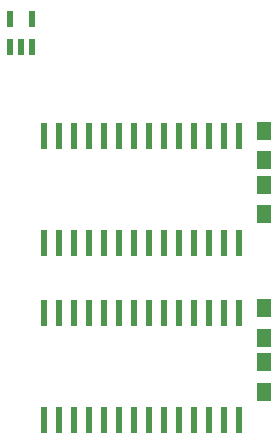
<source format=gtp>
%TF.GenerationSoftware,KiCad,Pcbnew,(5.1.6-0-10_14)*%
%TF.CreationDate,2020-09-10T14:26:16+09:00*%
%TF.ProjectId,qPCR-photo_mux_MPC506AU,71504352-2d70-4686-9f74-6f5f6d75785f,rev?*%
%TF.SameCoordinates,Original*%
%TF.FileFunction,Paste,Top*%
%TF.FilePolarity,Positive*%
%FSLAX46Y46*%
G04 Gerber Fmt 4.6, Leading zero omitted, Abs format (unit mm)*
G04 Created by KiCad (PCBNEW (5.1.6-0-10_14)) date 2020-09-10 14:26:16*
%MOMM*%
%LPD*%
G01*
G04 APERTURE LIST*
%ADD10R,1.250000X1.500000*%
%ADD11R,0.558800X2.311400*%
%ADD12R,0.558800X1.473200*%
G04 APERTURE END LIST*
D10*
%TO.C,C1*%
X107335000Y-77564600D03*
X107335000Y-75064600D03*
%TD*%
%TO.C,C2*%
X107338000Y-82131500D03*
X107338000Y-79631500D03*
%TD*%
%TO.C,C3*%
X107302000Y-92581100D03*
X107302000Y-90081100D03*
%TD*%
%TO.C,C4*%
X107320000Y-97137900D03*
X107320000Y-94637900D03*
%TD*%
D11*
%TO.C,U1*%
X105255000Y-90478800D03*
X103985000Y-90478800D03*
X102715000Y-90478800D03*
X101445000Y-90478800D03*
X100175000Y-90478800D03*
X98905000Y-90478800D03*
X97635000Y-90478800D03*
X96365000Y-90478800D03*
X95095000Y-90478800D03*
X93825000Y-90478800D03*
X92555000Y-90478800D03*
X91285000Y-90478800D03*
X90015000Y-90478800D03*
X88745000Y-90478800D03*
X88745000Y-99521200D03*
X90015000Y-99521200D03*
X91285000Y-99521200D03*
X92555000Y-99521200D03*
X93825000Y-99521200D03*
X95095000Y-99521200D03*
X96365000Y-99521200D03*
X97635000Y-99521200D03*
X98905000Y-99521200D03*
X100175000Y-99521200D03*
X101445000Y-99521200D03*
X102715000Y-99521200D03*
X103985000Y-99521200D03*
X105255000Y-99521200D03*
%TD*%
D12*
%TO.C,U2*%
X85818899Y-65575200D03*
X87718901Y-65575200D03*
X87718901Y-67962800D03*
X86768900Y-67962800D03*
X85818899Y-67962800D03*
%TD*%
D11*
%TO.C,U3*%
X105255000Y-84521200D03*
X103985000Y-84521200D03*
X102715000Y-84521200D03*
X101445000Y-84521200D03*
X100175000Y-84521200D03*
X98905000Y-84521200D03*
X97635000Y-84521200D03*
X96365000Y-84521200D03*
X95095000Y-84521200D03*
X93825000Y-84521200D03*
X92555000Y-84521200D03*
X91285000Y-84521200D03*
X90015000Y-84521200D03*
X88745000Y-84521200D03*
X88745000Y-75478800D03*
X90015000Y-75478800D03*
X91285000Y-75478800D03*
X92555000Y-75478800D03*
X93825000Y-75478800D03*
X95095000Y-75478800D03*
X96365000Y-75478800D03*
X97635000Y-75478800D03*
X98905000Y-75478800D03*
X100175000Y-75478800D03*
X101445000Y-75478800D03*
X102715000Y-75478800D03*
X103985000Y-75478800D03*
X105255000Y-75478800D03*
%TD*%
M02*

</source>
